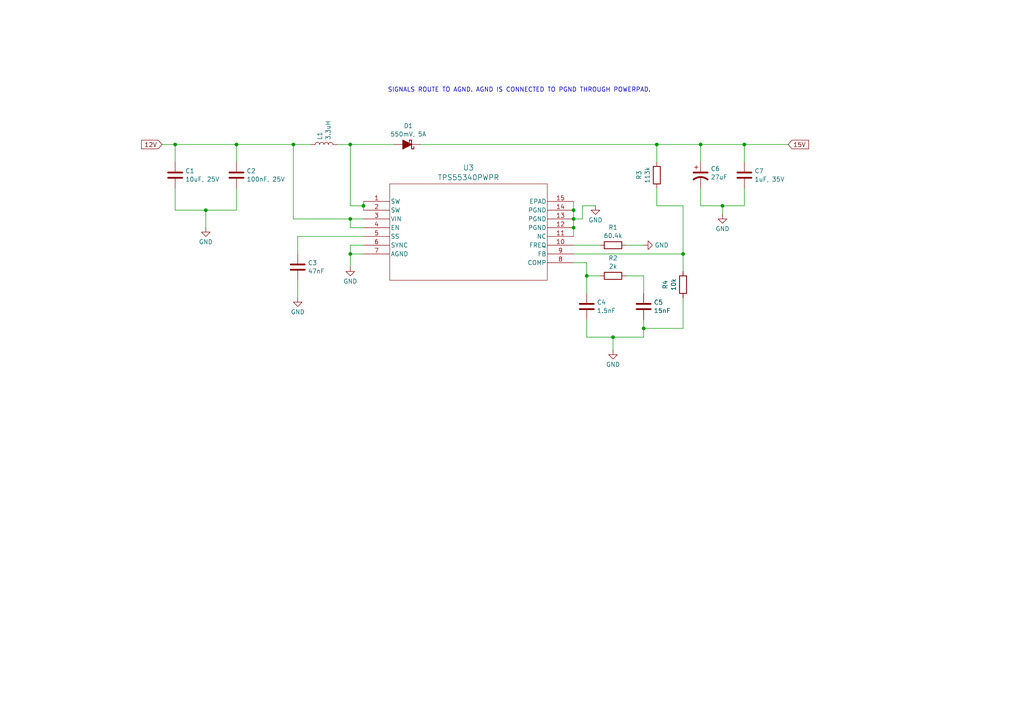
<source format=kicad_sch>
(kicad_sch (version 20231120) (generator "eeschema") (generator_version "8.0")
  (paper "A4")
  (lib_symbols
    (symbol "ATMARS_ILLUMINATION_PROJECT:TPS55340PWPR" (pin_names (offset 0.254))
      (property "Reference" "U" (at 30.48 10.16 0))
      (property "Value" "TPS55340PWPR" (at 30.48 7.62 0))
      (symbol "TPS55340PWPR_1_1"
        (polyline (pts (xy 7.62 -22.86) (xy 53.34 -22.86)) (stroke (width 0.127)))
        (polyline (pts (xy 7.62 5.08) (xy 7.62 -22.86)) (stroke (width 0.127)))
        (polyline (pts (xy 53.34 -22.86) (xy 53.34 5.08)) (stroke (width 0.127)))
        (polyline (pts (xy 53.34 5.08) (xy 7.62 5.08)) (stroke (width 0.127)))
        (pin output line (at 0 0 0) (length 7.62) (name "SW") (number "1"))
        (pin output line (at 60.96 -12.7 180) (length 7.62) (name "FREQ") (number "10"))
        (pin input line (at 60.96 -10.16 180) (length 7.62) (name "NC") (number "11"))
        (pin power_in line (at 60.96 -7.62 180) (length 7.62) (name "PGND") (number "12"))
        (pin power_in line (at 60.96 -5.08 180) (length 7.62) (name "PGND") (number "13"))
        (pin power_in line (at 60.96 -2.54 180) (length 7.62) (name "PGND") (number "14"))
        (pin power_in line (at 60.96 0 180) (length 7.62) (name "EPAD") (number "15"))
        (pin output line (at 0 -2.54 0) (length 7.62) (name "SW") (number "2"))
        (pin power_in line (at 0 -5.08 0) (length 7.62) (name "VIN") (number "3"))
        (pin input line (at 0 -7.62 0) (length 7.62) (name "EN") (number "4"))
        (pin input line (at 0 -10.16 0) (length 7.62) (name "SS") (number "5"))
        (pin input line (at 0 -12.7 0) (length 7.62) (name "SYNC") (number "6"))
        (pin power_in line (at 0 -15.24 0) (length 7.62) (name "AGND") (number "7"))
        (pin output line (at 60.96 -17.78 180) (length 7.62) (name "COMP") (number "8"))
        (pin input line (at 60.96 -15.24 180) (length 7.62) (name "FB") (number "9"))
      )
    )
    (symbol "Device:C" (pin_numbers hide) (pin_names (offset 0.254))
      (property "Reference" "C" (at 0.635 2.54 0))
      (property "Value" "C" (at 0.635 -2.54 0))
      (symbol "C_0_1"
        (polyline (pts (xy -2.032 -0.762) (xy 2.032 -0.762)) (stroke (width 0.508)))
        (polyline (pts (xy -2.032 0.762) (xy 2.032 0.762)) (stroke (width 0.508)))
      )
      (symbol "C_1_1"
        (pin passive line (at 0 3.81 270) (length 2.794) (name "~") (number "1"))
        (pin passive line (at 0 -3.81 90) (length 2.794) (name "~") (number "2"))
      )
    )
    (symbol "Device:C_Polarized_US" (pin_numbers hide) (pin_names (offset 0.254) hide)
      (property "Reference" "C" (at 0.635 2.54 0))
      (property "Value" "C_Polarized_US" (at 0.635 -2.54 0))
      (symbol "C_Polarized_US_0_1"
        (polyline (pts (xy -2.032 0.762) (xy 2.032 0.762)) (stroke (width 0.508)))
        (polyline (pts (xy -1.778 2.286) (xy -0.762 2.286)))
        (polyline (pts (xy -1.27 1.778) (xy -1.27 2.794)))
        (arc (start 2.032 -1.27) (mid 0 -0.5572) (end -2.032 -1.27) (stroke (width 0.508)))
      )
      (symbol "C_Polarized_US_1_1"
        (pin passive line (at 0 3.81 270) (length 2.794) (name "~") (number "1"))
        (pin passive line (at 0 -3.81 90) (length 3.302) (name "~") (number "2"))
      )
    )
    (symbol "Device:D_Schottky_Filled" (pin_numbers hide) (pin_names (offset 1.016) hide)
      (property "Reference" "D" (at 0 2.54 0))
      (property "Value" "D_Schottky_Filled" (at 0 -2.54 0))
      (symbol "D_Schottky_Filled_0_1"
        (polyline (pts (xy 1.27 0) (xy -1.27 0)))
        (polyline (pts (xy 1.27 1.27) (xy 1.27 -1.27) (xy -1.27 0) (xy 1.27 1.27)) (stroke (width 0.254)) (fill (type outline)))
        (polyline (pts (xy -1.905 0.635) (xy -1.905 1.27) (xy -1.27 1.27) (xy -1.27 -1.27) (xy -0.635 -1.27) (xy -0.635 -0.635)) (stroke (width 0.254)))
      )
      (symbol "D_Schottky_Filled_1_1"
        (pin passive line (at -3.81 0 0) (length 2.54) (name "K") (number "1"))
        (pin passive line (at 3.81 0 180) (length 2.54) (name "A") (number "2"))
      )
    )
    (symbol "Device:L" (pin_numbers hide) (pin_names (offset 1.016) hide)
      (property "Reference" "L" (at -1.27 0 90))
      (property "Value" "L" (at 1.905 0 90))
      (symbol "L_0_1"
        (arc (start 0 -2.54) (mid 0.6323 -1.905) (end 0 -1.27))
        (arc (start 0 -1.27) (mid 0.6323 -0.635) (end 0 0))
        (arc (start 0 0) (mid 0.6323 0.635) (end 0 1.27))
        (arc (start 0 1.27) (mid 0.6323 1.905) (end 0 2.54))
      )
      (symbol "L_1_1"
        (pin passive line (at 0 3.81 270) (length 1.27) (name "1") (number "1"))
        (pin passive line (at 0 -3.81 90) (length 1.27) (name "2") (number "2"))
      )
    )
    (symbol "Device:R" (pin_numbers hide) (pin_names (offset 0))
      (property "Reference" "R" (at 2.032 0 90))
      (property "Value" "R" (at 0 0 90))
      (symbol "R_0_1"
        (rectangle (start -1.016 -2.54) (end 1.016 2.54) (stroke (width 0.254)))
      )
      (symbol "R_1_1"
        (pin passive line (at 0 3.81 270) (length 1.27) (name "~") (number "1"))
        (pin passive line (at 0 -3.81 90) (length 1.27) (name "~") (number "2"))
      )
    )
    (symbol "power:GND" (power) (pin_numbers hide) (pin_names (offset 0) hide)
      (property "Value" "GND" (at 0 -3.81 0))
      (symbol "GND_0_1"
        (polyline (pts (xy 0 0) (xy 0 -1.27) (xy 1.27 -1.27) (xy 0 -2.54) (xy -1.27 -1.27) (xy 0 -1.27)))
      )
      (symbol "GND_1_1"
        (pin power_in line (at 0 0 270) (length 0) (name "~") (number "1"))
      )
    )
  )
  (junction (at 101.6 63.5))
  (junction (at 105.41 59.69))
  (junction (at 50.8 41.91))
  (junction (at 186.69 95.25))
  (junction (at 166.37 60.96))
  (junction (at 170.18 80.01))
  (junction (at 215.9 41.91))
  (junction (at 198.12 73.66))
  (junction (at 166.37 63.5))
  (junction (at 85.09 41.91))
  (junction (at 209.55 59.69))
  (junction (at 203.2 41.91))
  (junction (at 101.6 41.91))
  (junction (at 68.58 41.91))
  (junction (at 190.5 41.91))
  (junction (at 101.6 73.66))
  (junction (at 166.37 66.04))
  (junction (at 59.69 60.96))
  (junction (at 177.8 97.79))
  (wire (pts (xy 101.6 59.69) (xy 105.41 59.69)))
  (wire (pts (xy 198.12 86.36) (xy 198.12 95.25)))
  (wire (pts (xy 59.69 60.96) (xy 59.69 66.04)))
  (wire (pts (xy 101.6 63.5) (xy 85.09 63.5)))
  (wire (pts (xy 203.2 46.99) (xy 203.2 41.91)))
  (wire (pts (xy 86.36 68.58) (xy 86.36 73.66)))
  (wire (pts (xy 50.8 46.99) (xy 50.8 41.91)))
  (wire (pts (xy 101.6 41.91) (xy 114.3 41.91)))
  (wire (pts (xy 186.69 80.01) (xy 186.69 85.09)))
  (wire (pts (xy 85.09 41.91) (xy 90.17 41.91)))
  (wire (pts (xy 166.37 63.5) (xy 166.37 66.04)))
  (wire (pts (xy 203.2 59.69) (xy 209.55 59.69)))
  (wire (pts (xy 50.8 54.61) (xy 50.8 60.96)))
  (wire (pts (xy 50.8 60.96) (xy 59.69 60.96)))
  (wire (pts (xy 166.37 60.96) (xy 166.37 63.5)))
  (wire (pts (xy 105.41 59.69) (xy 105.41 60.96)))
  (wire (pts (xy 50.8 41.91) (xy 68.58 41.91)))
  (wire (pts (xy 186.69 97.79) (xy 186.69 95.25)))
  (wire (pts (xy 68.58 41.91) (xy 68.58 46.99)))
  (wire (pts (xy 105.41 66.04) (xy 101.6 66.04)))
  (wire (pts (xy 85.09 63.5) (xy 85.09 41.91)))
  (wire (pts (xy 46.99 41.91) (xy 50.8 41.91)))
  (wire (pts (xy 209.55 59.69) (xy 215.9 59.69)))
  (wire (pts (xy 215.9 41.91) (xy 228.6 41.91)))
  (wire (pts (xy 186.69 95.25) (xy 186.69 92.71)))
  (wire (pts (xy 97.79 41.91) (xy 101.6 41.91)))
  (wire (pts (xy 166.37 66.04) (xy 166.37 68.58)))
  (wire (pts (xy 101.6 71.12) (xy 105.41 71.12)))
  (wire (pts (xy 105.41 68.58) (xy 86.36 68.58)))
  (wire (pts (xy 198.12 73.66) (xy 198.12 78.74)))
  (wire (pts (xy 170.18 76.2) (xy 170.18 80.01)))
  (wire (pts (xy 59.69 60.96) (xy 68.58 60.96)))
  (wire (pts (xy 166.37 58.42) (xy 166.37 60.96)))
  (wire (pts (xy 209.55 59.69) (xy 209.55 62.23)))
  (wire (pts (xy 166.37 73.66) (xy 198.12 73.66)))
  (wire (pts (xy 203.2 54.61) (xy 203.2 59.69)))
  (wire (pts (xy 190.5 59.69) (xy 198.12 59.69)))
  (wire (pts (xy 170.18 80.01) (xy 173.99 80.01)))
  (wire (pts (xy 105.41 59.69) (xy 105.41 58.42)))
  (wire (pts (xy 203.2 41.91) (xy 215.9 41.91)))
  (wire (pts (xy 190.5 41.91) (xy 190.5 46.99)))
  (wire (pts (xy 101.6 66.04) (xy 101.6 63.5)))
  (wire (pts (xy 168.91 59.69) (xy 168.91 63.5)))
  (wire (pts (xy 186.69 95.25) (xy 198.12 95.25)))
  (wire (pts (xy 181.61 80.01) (xy 186.69 80.01)))
  (wire (pts (xy 68.58 60.96) (xy 68.58 54.61)))
  (wire (pts (xy 101.6 71.12) (xy 101.6 73.66)))
  (wire (pts (xy 105.41 63.5) (xy 101.6 63.5)))
  (wire (pts (xy 172.72 59.69) (xy 168.91 59.69)))
  (wire (pts (xy 170.18 80.01) (xy 170.18 85.09)))
  (wire (pts (xy 68.58 41.91) (xy 85.09 41.91)))
  (wire (pts (xy 168.91 63.5) (xy 166.37 63.5)))
  (wire (pts (xy 86.36 81.28) (xy 86.36 86.36)))
  (wire (pts (xy 101.6 41.91) (xy 101.6 59.69)))
  (wire (pts (xy 166.37 71.12) (xy 173.99 71.12)))
  (wire (pts (xy 215.9 46.99) (xy 215.9 41.91)))
  (wire (pts (xy 177.8 97.79) (xy 186.69 97.79)))
  (wire (pts (xy 215.9 54.61) (xy 215.9 59.69)))
  (wire (pts (xy 166.37 76.2) (xy 170.18 76.2)))
  (wire (pts (xy 190.5 54.61) (xy 190.5 59.69)))
  (wire (pts (xy 198.12 59.69) (xy 198.12 73.66)))
  (wire (pts (xy 101.6 73.66) (xy 101.6 77.47)))
  (wire (pts (xy 181.61 71.12) (xy 186.69 71.12)))
  (wire (pts (xy 170.18 97.79) (xy 177.8 97.79)))
  (wire (pts (xy 105.41 73.66) (xy 101.6 73.66)))
  (wire (pts (xy 190.5 41.91) (xy 203.2 41.91)))
  (wire (pts (xy 177.8 97.79) (xy 177.8 101.6)))
  (wire (pts (xy 170.18 92.71) (xy 170.18 97.79)))
  (wire (pts (xy 121.92 41.91) (xy 190.5 41.91)))
  (text "SIGNALS ROUTE TO AGND. AGND IS CONNECTED TO PGND THROUGH POWERPAD." (at 150.622 26.162 0) (effects (font (size 1.27 1.27))))
  (global_label "15V" (shape input) (at 228.6 41.91 0) (property "Intersheetrefs" "${INTERSHEET_REFS}" (effects (hide yes))))
  (global_label "12V" (shape input) (at 46.99 41.91 180) (property "Intersheetrefs" "${INTERSHEET_REFS}" (effects (hide yes))))
  (symbol (lib_id "power:GND") (at 101.6 77.47 0) (unit 1)
    (property "Reference" "#PWR08" (effects (hide yes)))
    (property "Value" "GND" (at 101.6 81.6031 0))
    (property "Description" "Power symbol creates a global label with name \"GND\" , ground" (effects (hide yes)))
  )
  (symbol (lib_id "Device:L") (at 93.98 41.91 90) (unit 1)
    (property "Reference" "L1" (at 92.7678 40.6427 0) (effects (justify left)))
    (property "Value" "3.3uH" (at 95.1921 40.6427 0) (effects (justify left)))
    (property "Footprint" "Inductor_SMD:L_TDK_VLS6045EX_VLS6045AF" (effects (hide yes)))
    (property "Description" "Inductor" (effects (hide yes)))
    (property "DigikeyPartNumber" "445-173052-1-ND" (effects (hide yes)))
  )
  (symbol (lib_id "power:GND") (at 177.8 101.6 0) (unit 1)
    (property "Reference" "#PWR010" (effects (hide yes)))
    (property "Value" "GND" (at 177.8 105.7331 0))
    (property "Description" "Power symbol creates a global label with name \"GND\" , ground" (effects (hide yes)))
  )
  (symbol (lib_id "Device:D_Schottky_Filled") (at 118.11 41.91 180) (unit 1)
    (property "Reference" "D1" (at 118.4275 36.4955 0))
    (property "Value" "550mV, 5A" (at 118.4275 38.9198 0))
    (property "Footprint" "Diode_SMD:D_SMC" (effects (hide yes)))
    (property "Description" "Schottky diode, filled shape" (effects (hide yes)))
    (property "DigikeyPartNumber" "B540C-FDICT-ND" (effects (hide yes)))
  )
  (symbol (lib_id "Device:R") (at 190.5 50.8 180) (unit 1)
    (property "Reference" "R3" (at 185.3395 50.8 90))
    (property "Value" "113k" (at 187.7638 50.8 90))
    (property "Footprint" "Resistor_SMD:R_0603_1608Metric" (effects (hide yes)))
    (property "Description" "Resistor" (effects (hide yes)))
    (property "DigikeyPartNumber" "311-113KHRCT-ND" (effects (hide yes)))
  )
  (symbol (lib_id "Device:C_Polarized_US") (at 203.2 50.8 0) (unit 1)
    (property "Reference" "C6" (at 206.121 48.9528 0) (effects (justify left)))
    (property "Value" "27uF" (at 206.121 51.3771 0) (effects (justify left)))
    (property "Footprint" "ATMARS_ILLUMINATION:CAP_PC_6P3X8_NCH" (effects (hide yes)))
    (property "Description" "Polarized capacitor, US symbol" (effects (hide yes)))
    (property "DigikeyPartNumber" "493-13702-1-ND" (effects (hide yes)))
  )
  (symbol (lib_id "Device:C") (at 86.36 77.47 180) (unit 1)
    (property "Reference" "C3" (at 89.281 76.2578 0) (effects (justify right)))
    (property "Value" "47nF" (at 89.281 78.6821 0) (effects (justify right)))
    (property "Footprint" "Capacitor_SMD:C_0603_1608Metric" (effects (hide yes)))
    (property "Description" "Unpolarized capacitor" (effects (hide yes)))
    (property "DigikeyPartNumber" "1276-2079-1-ND" (effects (hide yes)))
  )
  (symbol (lib_id "Device:R") (at 198.12 82.55 180) (unit 1)
    (property "Reference" "R4" (at 192.9595 82.55 90))
    (property "Value" "10k" (at 195.3838 82.55 90))
    (property "Footprint" "Resistor_SMD:R_0603_1608Metric" (effects (hide yes)))
    (property "Description" "Resistor" (effects (hide yes)))
    (property "DigikeyPartNumber" "311-10.0KHRCT-ND" (effects (hide yes)))
  )
  (symbol (lib_id "ATMARS_ILLUMINATION_PROJECT:TPS55340PWPR") (at 105.41 58.42 0) (unit 1)
    (property "Reference" "U3" (at 135.89 48.6461 0) (effects (font (size 1.524 1.524))))
    (property "Value" "TPS55340PWPR" (at 135.89 51.479 0) (effects (font (size 1.524 1.524))))
    (property "Footprint" "PWP14" (effects (hide yes)))
    (property "Datasheet" "TPS55340PWPR" (effects (hide yes)))
    (property "DigikeyPartNumber" "296-39426-1-ND" (effects (hide yes)))
  )
  (symbol (lib_id "power:GND") (at 86.36 86.36 0) (unit 1)
    (property "Reference" "#PWR07" (effects (hide yes)))
    (property "Value" "GND" (at 86.36 90.4931 0))
    (property "Description" "Power symbol creates a global label with name \"GND\" , ground" (effects (hide yes)))
  )
  (symbol (lib_id "Device:C") (at 50.8 50.8 0) (unit 1)
    (property "Reference" "C1" (at 53.721 49.5878 0) (effects (justify left)))
    (property "Value" "10uF, 25V" (at 53.721 52.0121 0) (effects (justify left)))
    (property "Footprint" "Capacitor_SMD:C_0805_2012Metric" (effects (hide yes)))
    (property "Description" "Unpolarized capacitor" (effects (hide yes)))
    (property "DigikeyPartNumber" "587-6025-1-ND" (effects (hide yes)))
  )
  (symbol (lib_id "power:GND") (at 209.55 62.23 0) (unit 1)
    (property "Reference" "#PWR012" (effects (hide yes)))
    (property "Value" "GND" (at 209.55 66.3631 0))
    (property "Description" "Power symbol creates a global label with name \"GND\" , ground" (effects (hide yes)))
  )
  (symbol (lib_id "Device:C") (at 170.18 88.9 0) (unit 1)
    (property "Reference" "C4" (at 173.101 87.6878 0) (effects (justify left)))
    (property "Value" "1.5nF" (at 173.101 90.1121 0) (effects (justify left)))
    (property "Footprint" "Capacitor_SMD:C_0603_1608Metric" (effects (hide yes)))
    (property "Description" "Unpolarized capacitor" (effects (hide yes)))
    (property "DigikeyPartNumber" "311-4064-1-ND" (effects (hide yes)))
  )
  (symbol (lib_id "power:GND") (at 186.69 71.12 90) (unit 1)
    (property "Reference" "#PWR011" (effects (hide yes)))
    (property "Value" "GND" (at 189.865 71.12 90) (effects (justify right)))
    (property "Description" "Power symbol creates a global label with name \"GND\" , ground" (effects (hide yes)))
  )
  (symbol (lib_id "Device:R") (at 177.8 80.01 90) (unit 1)
    (property "Reference" "R2" (at 177.8 74.8495 90))
    (property "Value" "2k" (at 177.8 77.2738 90))
    (property "Footprint" "Resistor_SMD:R_0603_1608Metric" (effects (hide yes)))
    (property "Description" "Resistor" (effects (hide yes)))
    (property "DigikeyPartNumber" "P2.00KHCT-ND" (effects (hide yes)))
  )
  (symbol (lib_id "power:GND") (at 59.69 66.04 0) (unit 1)
    (property "Reference" "#PWR06" (effects (hide yes)))
    (property "Value" "GND" (at 59.69 70.1731 0))
    (property "Description" "Power symbol creates a global label with name \"GND\" , ground" (effects (hide yes)))
  )
  (symbol (lib_id "Device:R") (at 177.8 71.12 90) (unit 1)
    (property "Reference" "R1" (at 177.8 65.9595 90))
    (property "Value" "60.4k" (at 177.8 68.3838 90))
    (property "Footprint" "Resistor_SMD:R_0603_1608Metric" (effects (hide yes)))
    (property "Description" "Resistor" (effects (hide yes)))
    (property "DigikeyPartNumber" "RMCF0805FT60K4CT-ND" (effects (hide yes)))
  )
  (symbol (lib_id "Device:C") (at 68.58 50.8 0) (unit 1)
    (property "Reference" "C2" (at 71.501 49.5878 0) (effects (justify left)))
    (property "Value" "100nF, 25V" (at 71.501 52.0121 0) (effects (justify left)))
    (property "Footprint" "Capacitor_SMD:C_0603_1608Metric" (effects (hide yes)))
    (property "Description" "Unpolarized capacitor" (effects (hide yes)))
    (property "DigikeyPartNumber" "1276-1000-1-ND" (effects (hide yes)))
  )
  (symbol (lib_id "power:GND") (at 172.72 59.69 0) (unit 1)
    (property "Reference" "#PWR09" (effects (hide yes)))
    (property "Value" "GND" (at 172.72 63.8231 0))
    (property "Description" "Power symbol creates a global label with name \"GND\" , ground" (effects (hide yes)))
  )
  (symbol (lib_id "Device:C") (at 215.9 50.8 180) (unit 1)
    (property "Reference" "C7" (at 218.821 49.5878 0) (effects (justify right)))
    (property "Value" "1uF, 35V" (at 218.821 52.0121 0) (effects (justify right)))
    (property "Footprint" "Capacitor_SMD:C_0805_2012Metric" (effects (hide yes)))
    (property "Description" "Unpolarized capacitor" (effects (hide yes)))
    (property "DigikeyPartNumber" "587-1438-1-ND" (effects (hide yes)))
  )
  (symbol (lib_id "Device:C") (at 186.69 88.9 0) (unit 1)
    (property "Reference" "C5" (at 189.611 87.6878 0) (effects (justify left)))
    (property "Value" "15nF" (at 189.611 90.1121 0) (effects (justify left)))
    (property "Footprint" "Capacitor_SMD:C_0603_1608Metric" (effects (hide yes)))
    (property "Description" "Unpolarized capacitor" (effects (hide yes)))
    (property "DigikeyPartNumber" "478-KGM15AR71C153KTCT-ND" (effects (hide yes)))
  )
)
</source>
